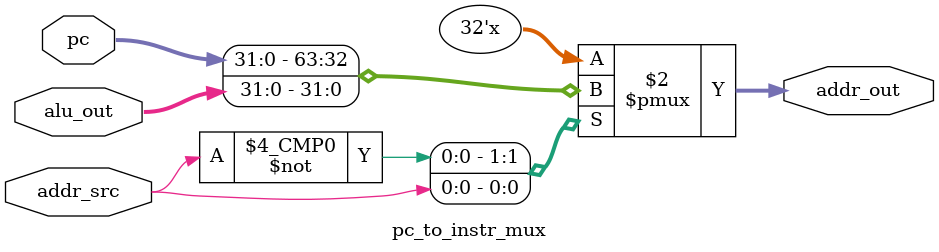
<source format=sv>
module pc_to_instr_mux(pc, addr_src, alu_out, addr_out);
    input logic [31:0]pc;
    input logic [31:0]alu_out;
    input logic addr_src;   //FROM CONTROL UNIT selects whether PC goes to instr mem or alu_out
    output logic [31:0]addr_out;
    
    always_comb begin
        case(addr_src)
            0: addr_out = pc;
            1: addr_out = alu_out;
        endcase
    end
endmodule

</source>
